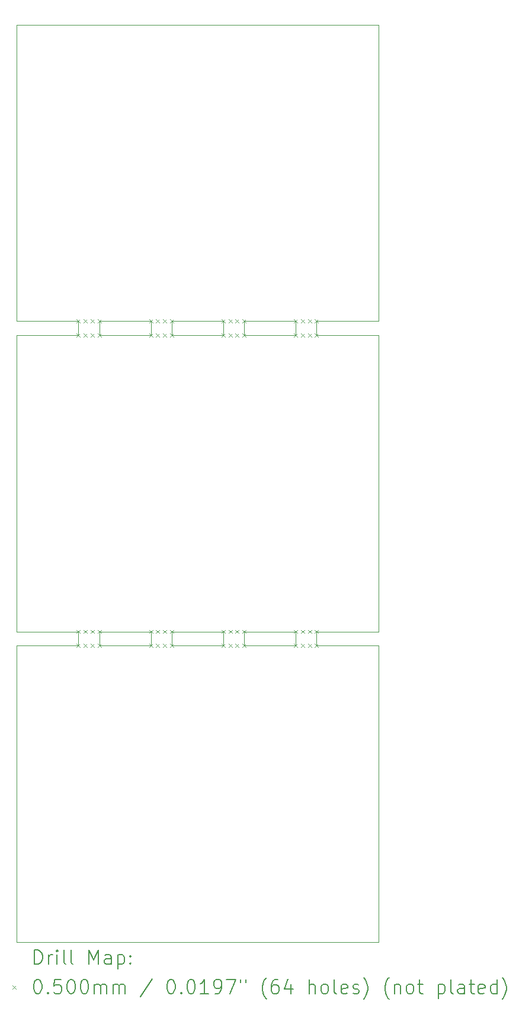
<source format=gbr>
%TF.GenerationSoftware,KiCad,Pcbnew,7.0.9*%
%TF.CreationDate,2024-06-08T14:56:09-04:00*%
%TF.ProjectId,IO-Panel,494f2d50-616e-4656-9c2e-6b696361645f,rev?*%
%TF.SameCoordinates,Original*%
%TF.FileFunction,Drillmap*%
%TF.FilePolarity,Positive*%
%FSLAX45Y45*%
G04 Gerber Fmt 4.5, Leading zero omitted, Abs format (unit mm)*
G04 Created by KiCad (PCBNEW 7.0.9) date 2024-06-08 14:56:09*
%MOMM*%
%LPD*%
G01*
G04 APERTURE LIST*
%ADD10C,0.100000*%
%ADD11C,0.200000*%
G04 APERTURE END LIST*
D10*
X14482750Y-10860000D02*
X14482750Y-10760100D01*
X13448250Y-10759900D02*
X13448250Y-10660000D01*
X16251750Y-6330150D02*
X16251750Y-6430000D01*
X16551750Y-10759900D02*
X16551750Y-10660000D01*
X15517250Y-10660000D02*
X16251750Y-10660000D01*
X17436250Y-10660000D02*
X17436250Y-6430000D01*
X13448250Y-10660000D02*
X14182750Y-10660000D01*
X12263750Y-6430000D02*
X12263750Y-10660000D01*
X14482750Y-6329950D02*
X14482750Y-6230000D01*
X13148250Y-6329950D02*
X13148250Y-6330150D01*
X14482750Y-6230000D02*
X15217250Y-6230000D01*
X13148250Y-10860000D02*
X12263750Y-10860000D01*
X17436250Y-6230000D02*
X17436250Y-2000000D01*
X14182750Y-10760100D02*
X14182750Y-10860000D01*
X15517250Y-10760100D02*
X15517250Y-10759900D01*
X17436250Y-15090000D02*
X17436250Y-10860000D01*
X14182750Y-10759900D02*
X14182750Y-10760100D01*
X17436250Y-2000000D02*
X12263750Y-2000000D01*
X13148250Y-6230000D02*
X13148250Y-6329950D01*
X14482750Y-10759900D02*
X14482750Y-10660000D01*
X14482750Y-6330150D02*
X14482750Y-6329950D01*
X15217250Y-6329950D02*
X15217250Y-6330150D01*
X13148250Y-6330150D02*
X13148250Y-6430000D01*
X14482750Y-6430000D02*
X14482750Y-6330150D01*
X14482750Y-10660000D02*
X15217250Y-10660000D01*
X12263750Y-15090000D02*
X17436250Y-15090000D01*
X15517250Y-6330150D02*
X15517250Y-6329950D01*
X16251750Y-6430000D02*
X15517250Y-6430000D01*
X15217250Y-6230000D02*
X15217250Y-6329950D01*
X15217250Y-10759900D02*
X15217250Y-10760100D01*
X13448250Y-6230000D02*
X14182750Y-6230000D01*
X16551750Y-6330150D02*
X16551750Y-6329950D01*
X14182750Y-6430000D02*
X13448250Y-6430000D01*
X17436250Y-6430000D02*
X16551750Y-6430000D01*
X14182750Y-6330150D02*
X14182750Y-6430000D01*
X13148250Y-6430000D02*
X12263750Y-6430000D01*
X15517250Y-6230000D02*
X16251750Y-6230000D01*
X13448250Y-6330150D02*
X13448250Y-6329950D01*
X13148250Y-10660000D02*
X13148250Y-10759900D01*
X13448250Y-6329950D02*
X13448250Y-6230000D01*
X15517250Y-10860000D02*
X15517250Y-10760100D01*
X15217250Y-10760100D02*
X15217250Y-10860000D01*
X16551750Y-6430000D02*
X16551750Y-6330150D01*
X12263750Y-10660000D02*
X13148250Y-10660000D01*
X16251750Y-10660000D02*
X16251750Y-10759900D01*
X14182750Y-6230000D02*
X14182750Y-6329950D01*
X15217250Y-6430000D02*
X14482750Y-6430000D01*
X14182750Y-10660000D02*
X14182750Y-10759900D01*
X13148250Y-10760100D02*
X13148250Y-10860000D01*
X16551750Y-6230000D02*
X17436250Y-6230000D01*
X15517250Y-6430000D02*
X15517250Y-6330150D01*
X16251750Y-10860000D02*
X15517250Y-10860000D01*
X15217250Y-10660000D02*
X15217250Y-10759900D01*
X16251750Y-6230000D02*
X16251750Y-6329950D01*
X12263750Y-6230000D02*
X13148250Y-6230000D01*
X13448250Y-6430000D02*
X13448250Y-6330150D01*
X15217250Y-6330150D02*
X15217250Y-6430000D01*
X16251750Y-6329950D02*
X16251750Y-6330150D01*
X14182750Y-10860000D02*
X13448250Y-10860000D01*
X16251750Y-10759900D02*
X16251750Y-10760100D01*
X16551750Y-6329950D02*
X16551750Y-6230000D01*
X16551750Y-10660000D02*
X17436250Y-10660000D01*
X17436250Y-10860000D02*
X16551750Y-10860000D01*
X13448250Y-10860000D02*
X13448250Y-10760100D01*
X16551750Y-10760100D02*
X16551750Y-10759900D01*
X13448250Y-10760100D02*
X13448250Y-10759900D01*
X16551750Y-10860000D02*
X16551750Y-10760100D01*
X13148250Y-10759900D02*
X13148250Y-10760100D01*
X12263750Y-2000000D02*
X12263750Y-6230000D01*
X16251750Y-10760100D02*
X16251750Y-10860000D01*
X12263750Y-10860000D02*
X12263750Y-15090000D01*
X15217250Y-10860000D02*
X14482750Y-10860000D01*
X14182750Y-6329950D02*
X14182750Y-6330150D01*
X14482750Y-10760100D02*
X14482750Y-10759900D01*
X15517250Y-10759900D02*
X15517250Y-10660000D01*
X15517250Y-6329950D02*
X15517250Y-6230000D01*
D11*
D10*
X13123250Y-6205000D02*
X13173250Y-6255000D01*
X13173250Y-6205000D02*
X13123250Y-6255000D01*
X13123250Y-6405000D02*
X13173250Y-6455000D01*
X13173250Y-6405000D02*
X13123250Y-6455000D01*
X13123250Y-10635000D02*
X13173250Y-10685000D01*
X13173250Y-10635000D02*
X13123250Y-10685000D01*
X13123250Y-10835000D02*
X13173250Y-10885000D01*
X13173250Y-10835000D02*
X13123250Y-10885000D01*
X13223250Y-6205000D02*
X13273250Y-6255000D01*
X13273250Y-6205000D02*
X13223250Y-6255000D01*
X13223250Y-6405000D02*
X13273250Y-6455000D01*
X13273250Y-6405000D02*
X13223250Y-6455000D01*
X13223250Y-10635000D02*
X13273250Y-10685000D01*
X13273250Y-10635000D02*
X13223250Y-10685000D01*
X13223250Y-10835000D02*
X13273250Y-10885000D01*
X13273250Y-10835000D02*
X13223250Y-10885000D01*
X13323250Y-6205000D02*
X13373250Y-6255000D01*
X13373250Y-6205000D02*
X13323250Y-6255000D01*
X13323250Y-6405000D02*
X13373250Y-6455000D01*
X13373250Y-6405000D02*
X13323250Y-6455000D01*
X13323250Y-10635000D02*
X13373250Y-10685000D01*
X13373250Y-10635000D02*
X13323250Y-10685000D01*
X13323250Y-10835000D02*
X13373250Y-10885000D01*
X13373250Y-10835000D02*
X13323250Y-10885000D01*
X13423250Y-6205000D02*
X13473250Y-6255000D01*
X13473250Y-6205000D02*
X13423250Y-6255000D01*
X13423250Y-6405000D02*
X13473250Y-6455000D01*
X13473250Y-6405000D02*
X13423250Y-6455000D01*
X13423250Y-10635000D02*
X13473250Y-10685000D01*
X13473250Y-10635000D02*
X13423250Y-10685000D01*
X13423250Y-10835000D02*
X13473250Y-10885000D01*
X13473250Y-10835000D02*
X13423250Y-10885000D01*
X14157750Y-6205000D02*
X14207750Y-6255000D01*
X14207750Y-6205000D02*
X14157750Y-6255000D01*
X14157750Y-6405000D02*
X14207750Y-6455000D01*
X14207750Y-6405000D02*
X14157750Y-6455000D01*
X14157750Y-10635000D02*
X14207750Y-10685000D01*
X14207750Y-10635000D02*
X14157750Y-10685000D01*
X14157750Y-10835000D02*
X14207750Y-10885000D01*
X14207750Y-10835000D02*
X14157750Y-10885000D01*
X14257750Y-6205000D02*
X14307750Y-6255000D01*
X14307750Y-6205000D02*
X14257750Y-6255000D01*
X14257750Y-6405000D02*
X14307750Y-6455000D01*
X14307750Y-6405000D02*
X14257750Y-6455000D01*
X14257750Y-10635000D02*
X14307750Y-10685000D01*
X14307750Y-10635000D02*
X14257750Y-10685000D01*
X14257750Y-10835000D02*
X14307750Y-10885000D01*
X14307750Y-10835000D02*
X14257750Y-10885000D01*
X14357750Y-6205000D02*
X14407750Y-6255000D01*
X14407750Y-6205000D02*
X14357750Y-6255000D01*
X14357750Y-6405000D02*
X14407750Y-6455000D01*
X14407750Y-6405000D02*
X14357750Y-6455000D01*
X14357750Y-10635000D02*
X14407750Y-10685000D01*
X14407750Y-10635000D02*
X14357750Y-10685000D01*
X14357750Y-10835000D02*
X14407750Y-10885000D01*
X14407750Y-10835000D02*
X14357750Y-10885000D01*
X14457750Y-6205000D02*
X14507750Y-6255000D01*
X14507750Y-6205000D02*
X14457750Y-6255000D01*
X14457750Y-6405000D02*
X14507750Y-6455000D01*
X14507750Y-6405000D02*
X14457750Y-6455000D01*
X14457750Y-10635000D02*
X14507750Y-10685000D01*
X14507750Y-10635000D02*
X14457750Y-10685000D01*
X14457750Y-10835000D02*
X14507750Y-10885000D01*
X14507750Y-10835000D02*
X14457750Y-10885000D01*
X15192250Y-6205000D02*
X15242250Y-6255000D01*
X15242250Y-6205000D02*
X15192250Y-6255000D01*
X15192250Y-6405000D02*
X15242250Y-6455000D01*
X15242250Y-6405000D02*
X15192250Y-6455000D01*
X15192250Y-10635000D02*
X15242250Y-10685000D01*
X15242250Y-10635000D02*
X15192250Y-10685000D01*
X15192250Y-10835000D02*
X15242250Y-10885000D01*
X15242250Y-10835000D02*
X15192250Y-10885000D01*
X15292250Y-6205000D02*
X15342250Y-6255000D01*
X15342250Y-6205000D02*
X15292250Y-6255000D01*
X15292250Y-6405000D02*
X15342250Y-6455000D01*
X15342250Y-6405000D02*
X15292250Y-6455000D01*
X15292250Y-10635000D02*
X15342250Y-10685000D01*
X15342250Y-10635000D02*
X15292250Y-10685000D01*
X15292250Y-10835000D02*
X15342250Y-10885000D01*
X15342250Y-10835000D02*
X15292250Y-10885000D01*
X15392250Y-6205000D02*
X15442250Y-6255000D01*
X15442250Y-6205000D02*
X15392250Y-6255000D01*
X15392250Y-6405000D02*
X15442250Y-6455000D01*
X15442250Y-6405000D02*
X15392250Y-6455000D01*
X15392250Y-10635000D02*
X15442250Y-10685000D01*
X15442250Y-10635000D02*
X15392250Y-10685000D01*
X15392250Y-10835000D02*
X15442250Y-10885000D01*
X15442250Y-10835000D02*
X15392250Y-10885000D01*
X15492250Y-6205000D02*
X15542250Y-6255000D01*
X15542250Y-6205000D02*
X15492250Y-6255000D01*
X15492250Y-6405000D02*
X15542250Y-6455000D01*
X15542250Y-6405000D02*
X15492250Y-6455000D01*
X15492250Y-10635000D02*
X15542250Y-10685000D01*
X15542250Y-10635000D02*
X15492250Y-10685000D01*
X15492250Y-10835000D02*
X15542250Y-10885000D01*
X15542250Y-10835000D02*
X15492250Y-10885000D01*
X16226750Y-6205000D02*
X16276750Y-6255000D01*
X16276750Y-6205000D02*
X16226750Y-6255000D01*
X16226750Y-6405000D02*
X16276750Y-6455000D01*
X16276750Y-6405000D02*
X16226750Y-6455000D01*
X16226750Y-10635000D02*
X16276750Y-10685000D01*
X16276750Y-10635000D02*
X16226750Y-10685000D01*
X16226750Y-10835000D02*
X16276750Y-10885000D01*
X16276750Y-10835000D02*
X16226750Y-10885000D01*
X16326750Y-6205000D02*
X16376750Y-6255000D01*
X16376750Y-6205000D02*
X16326750Y-6255000D01*
X16326750Y-6405000D02*
X16376750Y-6455000D01*
X16376750Y-6405000D02*
X16326750Y-6455000D01*
X16326750Y-10635000D02*
X16376750Y-10685000D01*
X16376750Y-10635000D02*
X16326750Y-10685000D01*
X16326750Y-10835000D02*
X16376750Y-10885000D01*
X16376750Y-10835000D02*
X16326750Y-10885000D01*
X16426750Y-6205000D02*
X16476750Y-6255000D01*
X16476750Y-6205000D02*
X16426750Y-6255000D01*
X16426750Y-6405000D02*
X16476750Y-6455000D01*
X16476750Y-6405000D02*
X16426750Y-6455000D01*
X16426750Y-10635000D02*
X16476750Y-10685000D01*
X16476750Y-10635000D02*
X16426750Y-10685000D01*
X16426750Y-10835000D02*
X16476750Y-10885000D01*
X16476750Y-10835000D02*
X16426750Y-10885000D01*
X16526750Y-6205000D02*
X16576750Y-6255000D01*
X16576750Y-6205000D02*
X16526750Y-6255000D01*
X16526750Y-6405000D02*
X16576750Y-6455000D01*
X16576750Y-6405000D02*
X16526750Y-6455000D01*
X16526750Y-10635000D02*
X16576750Y-10685000D01*
X16576750Y-10635000D02*
X16526750Y-10685000D01*
X16526750Y-10835000D02*
X16576750Y-10885000D01*
X16576750Y-10835000D02*
X16526750Y-10885000D01*
D11*
X12519527Y-15406484D02*
X12519527Y-15206484D01*
X12519527Y-15206484D02*
X12567146Y-15206484D01*
X12567146Y-15206484D02*
X12595717Y-15216008D01*
X12595717Y-15216008D02*
X12614765Y-15235055D01*
X12614765Y-15235055D02*
X12624289Y-15254103D01*
X12624289Y-15254103D02*
X12633812Y-15292198D01*
X12633812Y-15292198D02*
X12633812Y-15320769D01*
X12633812Y-15320769D02*
X12624289Y-15358865D01*
X12624289Y-15358865D02*
X12614765Y-15377912D01*
X12614765Y-15377912D02*
X12595717Y-15396960D01*
X12595717Y-15396960D02*
X12567146Y-15406484D01*
X12567146Y-15406484D02*
X12519527Y-15406484D01*
X12719527Y-15406484D02*
X12719527Y-15273150D01*
X12719527Y-15311246D02*
X12729051Y-15292198D01*
X12729051Y-15292198D02*
X12738574Y-15282674D01*
X12738574Y-15282674D02*
X12757622Y-15273150D01*
X12757622Y-15273150D02*
X12776670Y-15273150D01*
X12843336Y-15406484D02*
X12843336Y-15273150D01*
X12843336Y-15206484D02*
X12833812Y-15216008D01*
X12833812Y-15216008D02*
X12843336Y-15225531D01*
X12843336Y-15225531D02*
X12852860Y-15216008D01*
X12852860Y-15216008D02*
X12843336Y-15206484D01*
X12843336Y-15206484D02*
X12843336Y-15225531D01*
X12967146Y-15406484D02*
X12948098Y-15396960D01*
X12948098Y-15396960D02*
X12938574Y-15377912D01*
X12938574Y-15377912D02*
X12938574Y-15206484D01*
X13071908Y-15406484D02*
X13052860Y-15396960D01*
X13052860Y-15396960D02*
X13043336Y-15377912D01*
X13043336Y-15377912D02*
X13043336Y-15206484D01*
X13300479Y-15406484D02*
X13300479Y-15206484D01*
X13300479Y-15206484D02*
X13367146Y-15349341D01*
X13367146Y-15349341D02*
X13433812Y-15206484D01*
X13433812Y-15206484D02*
X13433812Y-15406484D01*
X13614765Y-15406484D02*
X13614765Y-15301722D01*
X13614765Y-15301722D02*
X13605241Y-15282674D01*
X13605241Y-15282674D02*
X13586193Y-15273150D01*
X13586193Y-15273150D02*
X13548098Y-15273150D01*
X13548098Y-15273150D02*
X13529051Y-15282674D01*
X13614765Y-15396960D02*
X13595717Y-15406484D01*
X13595717Y-15406484D02*
X13548098Y-15406484D01*
X13548098Y-15406484D02*
X13529051Y-15396960D01*
X13529051Y-15396960D02*
X13519527Y-15377912D01*
X13519527Y-15377912D02*
X13519527Y-15358865D01*
X13519527Y-15358865D02*
X13529051Y-15339817D01*
X13529051Y-15339817D02*
X13548098Y-15330293D01*
X13548098Y-15330293D02*
X13595717Y-15330293D01*
X13595717Y-15330293D02*
X13614765Y-15320769D01*
X13710003Y-15273150D02*
X13710003Y-15473150D01*
X13710003Y-15282674D02*
X13729051Y-15273150D01*
X13729051Y-15273150D02*
X13767146Y-15273150D01*
X13767146Y-15273150D02*
X13786193Y-15282674D01*
X13786193Y-15282674D02*
X13795717Y-15292198D01*
X13795717Y-15292198D02*
X13805241Y-15311246D01*
X13805241Y-15311246D02*
X13805241Y-15368388D01*
X13805241Y-15368388D02*
X13795717Y-15387436D01*
X13795717Y-15387436D02*
X13786193Y-15396960D01*
X13786193Y-15396960D02*
X13767146Y-15406484D01*
X13767146Y-15406484D02*
X13729051Y-15406484D01*
X13729051Y-15406484D02*
X13710003Y-15396960D01*
X13890955Y-15387436D02*
X13900479Y-15396960D01*
X13900479Y-15396960D02*
X13890955Y-15406484D01*
X13890955Y-15406484D02*
X13881432Y-15396960D01*
X13881432Y-15396960D02*
X13890955Y-15387436D01*
X13890955Y-15387436D02*
X13890955Y-15406484D01*
X13890955Y-15282674D02*
X13900479Y-15292198D01*
X13900479Y-15292198D02*
X13890955Y-15301722D01*
X13890955Y-15301722D02*
X13881432Y-15292198D01*
X13881432Y-15292198D02*
X13890955Y-15282674D01*
X13890955Y-15282674D02*
X13890955Y-15301722D01*
D10*
X12208750Y-15710000D02*
X12258750Y-15760000D01*
X12258750Y-15710000D02*
X12208750Y-15760000D01*
D11*
X12557622Y-15626484D02*
X12576670Y-15626484D01*
X12576670Y-15626484D02*
X12595717Y-15636008D01*
X12595717Y-15636008D02*
X12605241Y-15645531D01*
X12605241Y-15645531D02*
X12614765Y-15664579D01*
X12614765Y-15664579D02*
X12624289Y-15702674D01*
X12624289Y-15702674D02*
X12624289Y-15750293D01*
X12624289Y-15750293D02*
X12614765Y-15788388D01*
X12614765Y-15788388D02*
X12605241Y-15807436D01*
X12605241Y-15807436D02*
X12595717Y-15816960D01*
X12595717Y-15816960D02*
X12576670Y-15826484D01*
X12576670Y-15826484D02*
X12557622Y-15826484D01*
X12557622Y-15826484D02*
X12538574Y-15816960D01*
X12538574Y-15816960D02*
X12529051Y-15807436D01*
X12529051Y-15807436D02*
X12519527Y-15788388D01*
X12519527Y-15788388D02*
X12510003Y-15750293D01*
X12510003Y-15750293D02*
X12510003Y-15702674D01*
X12510003Y-15702674D02*
X12519527Y-15664579D01*
X12519527Y-15664579D02*
X12529051Y-15645531D01*
X12529051Y-15645531D02*
X12538574Y-15636008D01*
X12538574Y-15636008D02*
X12557622Y-15626484D01*
X12710003Y-15807436D02*
X12719527Y-15816960D01*
X12719527Y-15816960D02*
X12710003Y-15826484D01*
X12710003Y-15826484D02*
X12700479Y-15816960D01*
X12700479Y-15816960D02*
X12710003Y-15807436D01*
X12710003Y-15807436D02*
X12710003Y-15826484D01*
X12900479Y-15626484D02*
X12805241Y-15626484D01*
X12805241Y-15626484D02*
X12795717Y-15721722D01*
X12795717Y-15721722D02*
X12805241Y-15712198D01*
X12805241Y-15712198D02*
X12824289Y-15702674D01*
X12824289Y-15702674D02*
X12871908Y-15702674D01*
X12871908Y-15702674D02*
X12890955Y-15712198D01*
X12890955Y-15712198D02*
X12900479Y-15721722D01*
X12900479Y-15721722D02*
X12910003Y-15740769D01*
X12910003Y-15740769D02*
X12910003Y-15788388D01*
X12910003Y-15788388D02*
X12900479Y-15807436D01*
X12900479Y-15807436D02*
X12890955Y-15816960D01*
X12890955Y-15816960D02*
X12871908Y-15826484D01*
X12871908Y-15826484D02*
X12824289Y-15826484D01*
X12824289Y-15826484D02*
X12805241Y-15816960D01*
X12805241Y-15816960D02*
X12795717Y-15807436D01*
X13033812Y-15626484D02*
X13052860Y-15626484D01*
X13052860Y-15626484D02*
X13071908Y-15636008D01*
X13071908Y-15636008D02*
X13081432Y-15645531D01*
X13081432Y-15645531D02*
X13090955Y-15664579D01*
X13090955Y-15664579D02*
X13100479Y-15702674D01*
X13100479Y-15702674D02*
X13100479Y-15750293D01*
X13100479Y-15750293D02*
X13090955Y-15788388D01*
X13090955Y-15788388D02*
X13081432Y-15807436D01*
X13081432Y-15807436D02*
X13071908Y-15816960D01*
X13071908Y-15816960D02*
X13052860Y-15826484D01*
X13052860Y-15826484D02*
X13033812Y-15826484D01*
X13033812Y-15826484D02*
X13014765Y-15816960D01*
X13014765Y-15816960D02*
X13005241Y-15807436D01*
X13005241Y-15807436D02*
X12995717Y-15788388D01*
X12995717Y-15788388D02*
X12986193Y-15750293D01*
X12986193Y-15750293D02*
X12986193Y-15702674D01*
X12986193Y-15702674D02*
X12995717Y-15664579D01*
X12995717Y-15664579D02*
X13005241Y-15645531D01*
X13005241Y-15645531D02*
X13014765Y-15636008D01*
X13014765Y-15636008D02*
X13033812Y-15626484D01*
X13224289Y-15626484D02*
X13243336Y-15626484D01*
X13243336Y-15626484D02*
X13262384Y-15636008D01*
X13262384Y-15636008D02*
X13271908Y-15645531D01*
X13271908Y-15645531D02*
X13281432Y-15664579D01*
X13281432Y-15664579D02*
X13290955Y-15702674D01*
X13290955Y-15702674D02*
X13290955Y-15750293D01*
X13290955Y-15750293D02*
X13281432Y-15788388D01*
X13281432Y-15788388D02*
X13271908Y-15807436D01*
X13271908Y-15807436D02*
X13262384Y-15816960D01*
X13262384Y-15816960D02*
X13243336Y-15826484D01*
X13243336Y-15826484D02*
X13224289Y-15826484D01*
X13224289Y-15826484D02*
X13205241Y-15816960D01*
X13205241Y-15816960D02*
X13195717Y-15807436D01*
X13195717Y-15807436D02*
X13186193Y-15788388D01*
X13186193Y-15788388D02*
X13176670Y-15750293D01*
X13176670Y-15750293D02*
X13176670Y-15702674D01*
X13176670Y-15702674D02*
X13186193Y-15664579D01*
X13186193Y-15664579D02*
X13195717Y-15645531D01*
X13195717Y-15645531D02*
X13205241Y-15636008D01*
X13205241Y-15636008D02*
X13224289Y-15626484D01*
X13376670Y-15826484D02*
X13376670Y-15693150D01*
X13376670Y-15712198D02*
X13386193Y-15702674D01*
X13386193Y-15702674D02*
X13405241Y-15693150D01*
X13405241Y-15693150D02*
X13433813Y-15693150D01*
X13433813Y-15693150D02*
X13452860Y-15702674D01*
X13452860Y-15702674D02*
X13462384Y-15721722D01*
X13462384Y-15721722D02*
X13462384Y-15826484D01*
X13462384Y-15721722D02*
X13471908Y-15702674D01*
X13471908Y-15702674D02*
X13490955Y-15693150D01*
X13490955Y-15693150D02*
X13519527Y-15693150D01*
X13519527Y-15693150D02*
X13538574Y-15702674D01*
X13538574Y-15702674D02*
X13548098Y-15721722D01*
X13548098Y-15721722D02*
X13548098Y-15826484D01*
X13643336Y-15826484D02*
X13643336Y-15693150D01*
X13643336Y-15712198D02*
X13652860Y-15702674D01*
X13652860Y-15702674D02*
X13671908Y-15693150D01*
X13671908Y-15693150D02*
X13700479Y-15693150D01*
X13700479Y-15693150D02*
X13719527Y-15702674D01*
X13719527Y-15702674D02*
X13729051Y-15721722D01*
X13729051Y-15721722D02*
X13729051Y-15826484D01*
X13729051Y-15721722D02*
X13738574Y-15702674D01*
X13738574Y-15702674D02*
X13757622Y-15693150D01*
X13757622Y-15693150D02*
X13786193Y-15693150D01*
X13786193Y-15693150D02*
X13805241Y-15702674D01*
X13805241Y-15702674D02*
X13814765Y-15721722D01*
X13814765Y-15721722D02*
X13814765Y-15826484D01*
X14205241Y-15616960D02*
X14033813Y-15874103D01*
X14462384Y-15626484D02*
X14481432Y-15626484D01*
X14481432Y-15626484D02*
X14500479Y-15636008D01*
X14500479Y-15636008D02*
X14510003Y-15645531D01*
X14510003Y-15645531D02*
X14519527Y-15664579D01*
X14519527Y-15664579D02*
X14529051Y-15702674D01*
X14529051Y-15702674D02*
X14529051Y-15750293D01*
X14529051Y-15750293D02*
X14519527Y-15788388D01*
X14519527Y-15788388D02*
X14510003Y-15807436D01*
X14510003Y-15807436D02*
X14500479Y-15816960D01*
X14500479Y-15816960D02*
X14481432Y-15826484D01*
X14481432Y-15826484D02*
X14462384Y-15826484D01*
X14462384Y-15826484D02*
X14443336Y-15816960D01*
X14443336Y-15816960D02*
X14433813Y-15807436D01*
X14433813Y-15807436D02*
X14424289Y-15788388D01*
X14424289Y-15788388D02*
X14414765Y-15750293D01*
X14414765Y-15750293D02*
X14414765Y-15702674D01*
X14414765Y-15702674D02*
X14424289Y-15664579D01*
X14424289Y-15664579D02*
X14433813Y-15645531D01*
X14433813Y-15645531D02*
X14443336Y-15636008D01*
X14443336Y-15636008D02*
X14462384Y-15626484D01*
X14614765Y-15807436D02*
X14624289Y-15816960D01*
X14624289Y-15816960D02*
X14614765Y-15826484D01*
X14614765Y-15826484D02*
X14605241Y-15816960D01*
X14605241Y-15816960D02*
X14614765Y-15807436D01*
X14614765Y-15807436D02*
X14614765Y-15826484D01*
X14748098Y-15626484D02*
X14767146Y-15626484D01*
X14767146Y-15626484D02*
X14786194Y-15636008D01*
X14786194Y-15636008D02*
X14795717Y-15645531D01*
X14795717Y-15645531D02*
X14805241Y-15664579D01*
X14805241Y-15664579D02*
X14814765Y-15702674D01*
X14814765Y-15702674D02*
X14814765Y-15750293D01*
X14814765Y-15750293D02*
X14805241Y-15788388D01*
X14805241Y-15788388D02*
X14795717Y-15807436D01*
X14795717Y-15807436D02*
X14786194Y-15816960D01*
X14786194Y-15816960D02*
X14767146Y-15826484D01*
X14767146Y-15826484D02*
X14748098Y-15826484D01*
X14748098Y-15826484D02*
X14729051Y-15816960D01*
X14729051Y-15816960D02*
X14719527Y-15807436D01*
X14719527Y-15807436D02*
X14710003Y-15788388D01*
X14710003Y-15788388D02*
X14700479Y-15750293D01*
X14700479Y-15750293D02*
X14700479Y-15702674D01*
X14700479Y-15702674D02*
X14710003Y-15664579D01*
X14710003Y-15664579D02*
X14719527Y-15645531D01*
X14719527Y-15645531D02*
X14729051Y-15636008D01*
X14729051Y-15636008D02*
X14748098Y-15626484D01*
X15005241Y-15826484D02*
X14890956Y-15826484D01*
X14948098Y-15826484D02*
X14948098Y-15626484D01*
X14948098Y-15626484D02*
X14929051Y-15655055D01*
X14929051Y-15655055D02*
X14910003Y-15674103D01*
X14910003Y-15674103D02*
X14890956Y-15683627D01*
X15100479Y-15826484D02*
X15138575Y-15826484D01*
X15138575Y-15826484D02*
X15157622Y-15816960D01*
X15157622Y-15816960D02*
X15167146Y-15807436D01*
X15167146Y-15807436D02*
X15186194Y-15778865D01*
X15186194Y-15778865D02*
X15195717Y-15740769D01*
X15195717Y-15740769D02*
X15195717Y-15664579D01*
X15195717Y-15664579D02*
X15186194Y-15645531D01*
X15186194Y-15645531D02*
X15176670Y-15636008D01*
X15176670Y-15636008D02*
X15157622Y-15626484D01*
X15157622Y-15626484D02*
X15119527Y-15626484D01*
X15119527Y-15626484D02*
X15100479Y-15636008D01*
X15100479Y-15636008D02*
X15090956Y-15645531D01*
X15090956Y-15645531D02*
X15081432Y-15664579D01*
X15081432Y-15664579D02*
X15081432Y-15712198D01*
X15081432Y-15712198D02*
X15090956Y-15731246D01*
X15090956Y-15731246D02*
X15100479Y-15740769D01*
X15100479Y-15740769D02*
X15119527Y-15750293D01*
X15119527Y-15750293D02*
X15157622Y-15750293D01*
X15157622Y-15750293D02*
X15176670Y-15740769D01*
X15176670Y-15740769D02*
X15186194Y-15731246D01*
X15186194Y-15731246D02*
X15195717Y-15712198D01*
X15262384Y-15626484D02*
X15395717Y-15626484D01*
X15395717Y-15626484D02*
X15310003Y-15826484D01*
X15462384Y-15626484D02*
X15462384Y-15664579D01*
X15538575Y-15626484D02*
X15538575Y-15664579D01*
X15833813Y-15902674D02*
X15824289Y-15893150D01*
X15824289Y-15893150D02*
X15805241Y-15864579D01*
X15805241Y-15864579D02*
X15795718Y-15845531D01*
X15795718Y-15845531D02*
X15786194Y-15816960D01*
X15786194Y-15816960D02*
X15776670Y-15769341D01*
X15776670Y-15769341D02*
X15776670Y-15731246D01*
X15776670Y-15731246D02*
X15786194Y-15683627D01*
X15786194Y-15683627D02*
X15795718Y-15655055D01*
X15795718Y-15655055D02*
X15805241Y-15636008D01*
X15805241Y-15636008D02*
X15824289Y-15607436D01*
X15824289Y-15607436D02*
X15833813Y-15597912D01*
X15995718Y-15626484D02*
X15957622Y-15626484D01*
X15957622Y-15626484D02*
X15938575Y-15636008D01*
X15938575Y-15636008D02*
X15929051Y-15645531D01*
X15929051Y-15645531D02*
X15910003Y-15674103D01*
X15910003Y-15674103D02*
X15900479Y-15712198D01*
X15900479Y-15712198D02*
X15900479Y-15788388D01*
X15900479Y-15788388D02*
X15910003Y-15807436D01*
X15910003Y-15807436D02*
X15919527Y-15816960D01*
X15919527Y-15816960D02*
X15938575Y-15826484D01*
X15938575Y-15826484D02*
X15976670Y-15826484D01*
X15976670Y-15826484D02*
X15995718Y-15816960D01*
X15995718Y-15816960D02*
X16005241Y-15807436D01*
X16005241Y-15807436D02*
X16014765Y-15788388D01*
X16014765Y-15788388D02*
X16014765Y-15740769D01*
X16014765Y-15740769D02*
X16005241Y-15721722D01*
X16005241Y-15721722D02*
X15995718Y-15712198D01*
X15995718Y-15712198D02*
X15976670Y-15702674D01*
X15976670Y-15702674D02*
X15938575Y-15702674D01*
X15938575Y-15702674D02*
X15919527Y-15712198D01*
X15919527Y-15712198D02*
X15910003Y-15721722D01*
X15910003Y-15721722D02*
X15900479Y-15740769D01*
X16186194Y-15693150D02*
X16186194Y-15826484D01*
X16138575Y-15616960D02*
X16090956Y-15759817D01*
X16090956Y-15759817D02*
X16214765Y-15759817D01*
X16443337Y-15826484D02*
X16443337Y-15626484D01*
X16529051Y-15826484D02*
X16529051Y-15721722D01*
X16529051Y-15721722D02*
X16519527Y-15702674D01*
X16519527Y-15702674D02*
X16500480Y-15693150D01*
X16500480Y-15693150D02*
X16471908Y-15693150D01*
X16471908Y-15693150D02*
X16452860Y-15702674D01*
X16452860Y-15702674D02*
X16443337Y-15712198D01*
X16652860Y-15826484D02*
X16633813Y-15816960D01*
X16633813Y-15816960D02*
X16624289Y-15807436D01*
X16624289Y-15807436D02*
X16614765Y-15788388D01*
X16614765Y-15788388D02*
X16614765Y-15731246D01*
X16614765Y-15731246D02*
X16624289Y-15712198D01*
X16624289Y-15712198D02*
X16633813Y-15702674D01*
X16633813Y-15702674D02*
X16652860Y-15693150D01*
X16652860Y-15693150D02*
X16681432Y-15693150D01*
X16681432Y-15693150D02*
X16700480Y-15702674D01*
X16700480Y-15702674D02*
X16710003Y-15712198D01*
X16710003Y-15712198D02*
X16719527Y-15731246D01*
X16719527Y-15731246D02*
X16719527Y-15788388D01*
X16719527Y-15788388D02*
X16710003Y-15807436D01*
X16710003Y-15807436D02*
X16700480Y-15816960D01*
X16700480Y-15816960D02*
X16681432Y-15826484D01*
X16681432Y-15826484D02*
X16652860Y-15826484D01*
X16833813Y-15826484D02*
X16814765Y-15816960D01*
X16814765Y-15816960D02*
X16805242Y-15797912D01*
X16805242Y-15797912D02*
X16805242Y-15626484D01*
X16986194Y-15816960D02*
X16967146Y-15826484D01*
X16967146Y-15826484D02*
X16929051Y-15826484D01*
X16929051Y-15826484D02*
X16910003Y-15816960D01*
X16910003Y-15816960D02*
X16900480Y-15797912D01*
X16900480Y-15797912D02*
X16900480Y-15721722D01*
X16900480Y-15721722D02*
X16910003Y-15702674D01*
X16910003Y-15702674D02*
X16929051Y-15693150D01*
X16929051Y-15693150D02*
X16967146Y-15693150D01*
X16967146Y-15693150D02*
X16986194Y-15702674D01*
X16986194Y-15702674D02*
X16995718Y-15721722D01*
X16995718Y-15721722D02*
X16995718Y-15740769D01*
X16995718Y-15740769D02*
X16900480Y-15759817D01*
X17071908Y-15816960D02*
X17090956Y-15826484D01*
X17090956Y-15826484D02*
X17129051Y-15826484D01*
X17129051Y-15826484D02*
X17148099Y-15816960D01*
X17148099Y-15816960D02*
X17157623Y-15797912D01*
X17157623Y-15797912D02*
X17157623Y-15788388D01*
X17157623Y-15788388D02*
X17148099Y-15769341D01*
X17148099Y-15769341D02*
X17129051Y-15759817D01*
X17129051Y-15759817D02*
X17100480Y-15759817D01*
X17100480Y-15759817D02*
X17081432Y-15750293D01*
X17081432Y-15750293D02*
X17071908Y-15731246D01*
X17071908Y-15731246D02*
X17071908Y-15721722D01*
X17071908Y-15721722D02*
X17081432Y-15702674D01*
X17081432Y-15702674D02*
X17100480Y-15693150D01*
X17100480Y-15693150D02*
X17129051Y-15693150D01*
X17129051Y-15693150D02*
X17148099Y-15702674D01*
X17224289Y-15902674D02*
X17233813Y-15893150D01*
X17233813Y-15893150D02*
X17252861Y-15864579D01*
X17252861Y-15864579D02*
X17262384Y-15845531D01*
X17262384Y-15845531D02*
X17271908Y-15816960D01*
X17271908Y-15816960D02*
X17281432Y-15769341D01*
X17281432Y-15769341D02*
X17281432Y-15731246D01*
X17281432Y-15731246D02*
X17271908Y-15683627D01*
X17271908Y-15683627D02*
X17262384Y-15655055D01*
X17262384Y-15655055D02*
X17252861Y-15636008D01*
X17252861Y-15636008D02*
X17233813Y-15607436D01*
X17233813Y-15607436D02*
X17224289Y-15597912D01*
X17586194Y-15902674D02*
X17576670Y-15893150D01*
X17576670Y-15893150D02*
X17557623Y-15864579D01*
X17557623Y-15864579D02*
X17548099Y-15845531D01*
X17548099Y-15845531D02*
X17538575Y-15816960D01*
X17538575Y-15816960D02*
X17529051Y-15769341D01*
X17529051Y-15769341D02*
X17529051Y-15731246D01*
X17529051Y-15731246D02*
X17538575Y-15683627D01*
X17538575Y-15683627D02*
X17548099Y-15655055D01*
X17548099Y-15655055D02*
X17557623Y-15636008D01*
X17557623Y-15636008D02*
X17576670Y-15607436D01*
X17576670Y-15607436D02*
X17586194Y-15597912D01*
X17662384Y-15693150D02*
X17662384Y-15826484D01*
X17662384Y-15712198D02*
X17671908Y-15702674D01*
X17671908Y-15702674D02*
X17690956Y-15693150D01*
X17690956Y-15693150D02*
X17719527Y-15693150D01*
X17719527Y-15693150D02*
X17738575Y-15702674D01*
X17738575Y-15702674D02*
X17748099Y-15721722D01*
X17748099Y-15721722D02*
X17748099Y-15826484D01*
X17871908Y-15826484D02*
X17852861Y-15816960D01*
X17852861Y-15816960D02*
X17843337Y-15807436D01*
X17843337Y-15807436D02*
X17833813Y-15788388D01*
X17833813Y-15788388D02*
X17833813Y-15731246D01*
X17833813Y-15731246D02*
X17843337Y-15712198D01*
X17843337Y-15712198D02*
X17852861Y-15702674D01*
X17852861Y-15702674D02*
X17871908Y-15693150D01*
X17871908Y-15693150D02*
X17900480Y-15693150D01*
X17900480Y-15693150D02*
X17919527Y-15702674D01*
X17919527Y-15702674D02*
X17929051Y-15712198D01*
X17929051Y-15712198D02*
X17938575Y-15731246D01*
X17938575Y-15731246D02*
X17938575Y-15788388D01*
X17938575Y-15788388D02*
X17929051Y-15807436D01*
X17929051Y-15807436D02*
X17919527Y-15816960D01*
X17919527Y-15816960D02*
X17900480Y-15826484D01*
X17900480Y-15826484D02*
X17871908Y-15826484D01*
X17995718Y-15693150D02*
X18071908Y-15693150D01*
X18024289Y-15626484D02*
X18024289Y-15797912D01*
X18024289Y-15797912D02*
X18033813Y-15816960D01*
X18033813Y-15816960D02*
X18052861Y-15826484D01*
X18052861Y-15826484D02*
X18071908Y-15826484D01*
X18290956Y-15693150D02*
X18290956Y-15893150D01*
X18290956Y-15702674D02*
X18310004Y-15693150D01*
X18310004Y-15693150D02*
X18348099Y-15693150D01*
X18348099Y-15693150D02*
X18367146Y-15702674D01*
X18367146Y-15702674D02*
X18376670Y-15712198D01*
X18376670Y-15712198D02*
X18386194Y-15731246D01*
X18386194Y-15731246D02*
X18386194Y-15788388D01*
X18386194Y-15788388D02*
X18376670Y-15807436D01*
X18376670Y-15807436D02*
X18367146Y-15816960D01*
X18367146Y-15816960D02*
X18348099Y-15826484D01*
X18348099Y-15826484D02*
X18310004Y-15826484D01*
X18310004Y-15826484D02*
X18290956Y-15816960D01*
X18500480Y-15826484D02*
X18481432Y-15816960D01*
X18481432Y-15816960D02*
X18471908Y-15797912D01*
X18471908Y-15797912D02*
X18471908Y-15626484D01*
X18662385Y-15826484D02*
X18662385Y-15721722D01*
X18662385Y-15721722D02*
X18652861Y-15702674D01*
X18652861Y-15702674D02*
X18633813Y-15693150D01*
X18633813Y-15693150D02*
X18595718Y-15693150D01*
X18595718Y-15693150D02*
X18576670Y-15702674D01*
X18662385Y-15816960D02*
X18643337Y-15826484D01*
X18643337Y-15826484D02*
X18595718Y-15826484D01*
X18595718Y-15826484D02*
X18576670Y-15816960D01*
X18576670Y-15816960D02*
X18567146Y-15797912D01*
X18567146Y-15797912D02*
X18567146Y-15778865D01*
X18567146Y-15778865D02*
X18576670Y-15759817D01*
X18576670Y-15759817D02*
X18595718Y-15750293D01*
X18595718Y-15750293D02*
X18643337Y-15750293D01*
X18643337Y-15750293D02*
X18662385Y-15740769D01*
X18729051Y-15693150D02*
X18805242Y-15693150D01*
X18757623Y-15626484D02*
X18757623Y-15797912D01*
X18757623Y-15797912D02*
X18767146Y-15816960D01*
X18767146Y-15816960D02*
X18786194Y-15826484D01*
X18786194Y-15826484D02*
X18805242Y-15826484D01*
X18948099Y-15816960D02*
X18929051Y-15826484D01*
X18929051Y-15826484D02*
X18890956Y-15826484D01*
X18890956Y-15826484D02*
X18871908Y-15816960D01*
X18871908Y-15816960D02*
X18862385Y-15797912D01*
X18862385Y-15797912D02*
X18862385Y-15721722D01*
X18862385Y-15721722D02*
X18871908Y-15702674D01*
X18871908Y-15702674D02*
X18890956Y-15693150D01*
X18890956Y-15693150D02*
X18929051Y-15693150D01*
X18929051Y-15693150D02*
X18948099Y-15702674D01*
X18948099Y-15702674D02*
X18957623Y-15721722D01*
X18957623Y-15721722D02*
X18957623Y-15740769D01*
X18957623Y-15740769D02*
X18862385Y-15759817D01*
X19129051Y-15826484D02*
X19129051Y-15626484D01*
X19129051Y-15816960D02*
X19110004Y-15826484D01*
X19110004Y-15826484D02*
X19071908Y-15826484D01*
X19071908Y-15826484D02*
X19052861Y-15816960D01*
X19052861Y-15816960D02*
X19043337Y-15807436D01*
X19043337Y-15807436D02*
X19033813Y-15788388D01*
X19033813Y-15788388D02*
X19033813Y-15731246D01*
X19033813Y-15731246D02*
X19043337Y-15712198D01*
X19043337Y-15712198D02*
X19052861Y-15702674D01*
X19052861Y-15702674D02*
X19071908Y-15693150D01*
X19071908Y-15693150D02*
X19110004Y-15693150D01*
X19110004Y-15693150D02*
X19129051Y-15702674D01*
X19205242Y-15902674D02*
X19214766Y-15893150D01*
X19214766Y-15893150D02*
X19233813Y-15864579D01*
X19233813Y-15864579D02*
X19243337Y-15845531D01*
X19243337Y-15845531D02*
X19252861Y-15816960D01*
X19252861Y-15816960D02*
X19262385Y-15769341D01*
X19262385Y-15769341D02*
X19262385Y-15731246D01*
X19262385Y-15731246D02*
X19252861Y-15683627D01*
X19252861Y-15683627D02*
X19243337Y-15655055D01*
X19243337Y-15655055D02*
X19233813Y-15636008D01*
X19233813Y-15636008D02*
X19214766Y-15607436D01*
X19214766Y-15607436D02*
X19205242Y-15597912D01*
M02*

</source>
